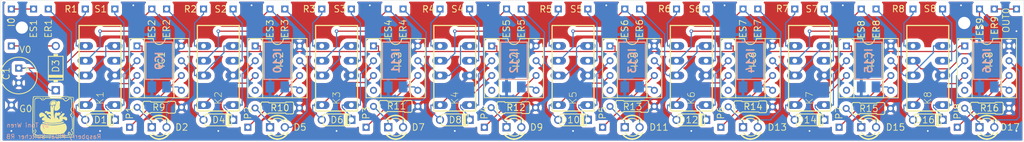
<source format=kicad_pcb>
(kicad_pcb (version 20221018) (generator pcbnew)

  (general
    (thickness 1.6)
  )

  (paper "A5")
  (title_block
    (title "Raspberry PiDal Switcher Relay Board")
    (date "2025-02-12")
    (rev "v1.1")
    (company "Slow Brewed Effects")
  )

  (layers
    (0 "F.Cu" signal)
    (31 "B.Cu" signal)
    (32 "B.Adhes" user "B.Adhesive")
    (33 "F.Adhes" user "F.Adhesive")
    (34 "B.Paste" user)
    (35 "F.Paste" user)
    (36 "B.SilkS" user "B.Silkscreen")
    (37 "F.SilkS" user "F.Silkscreen")
    (38 "B.Mask" user)
    (39 "F.Mask" user)
    (40 "Dwgs.User" user "User.Drawings")
    (41 "Cmts.User" user "User.Comments")
    (42 "Eco1.User" user "User.Eco1")
    (43 "Eco2.User" user "User.Eco2")
    (44 "Edge.Cuts" user)
    (45 "Margin" user)
    (46 "B.CrtYd" user "B.Courtyard")
    (47 "F.CrtYd" user "F.Courtyard")
    (48 "B.Fab" user)
    (49 "F.Fab" user)
    (50 "User.1" user)
    (51 "User.2" user)
    (52 "User.3" user)
    (53 "User.4" user)
    (54 "User.5" user)
    (55 "User.6" user)
    (56 "User.7" user)
    (57 "User.8" user)
    (58 "User.9" user "plugins.config")
  )

  (setup
    (stackup
      (layer "F.SilkS" (type "Top Silk Screen"))
      (layer "F.Paste" (type "Top Solder Paste"))
      (layer "F.Mask" (type "Top Solder Mask") (thickness 0.01))
      (layer "F.Cu" (type "copper") (thickness 0.035))
      (layer "dielectric 1" (type "core") (thickness 1.51) (material "FR4") (epsilon_r 4.5) (loss_tangent 0.02))
      (layer "B.Cu" (type "copper") (thickness 0.035))
      (layer "B.Mask" (type "Bottom Solder Mask") (thickness 0.01))
      (layer "B.Paste" (type "Bottom Solder Paste"))
      (layer "B.SilkS" (type "Bottom Silk Screen"))
      (copper_finish "None")
      (dielectric_constraints no)
    )
    (pad_to_mask_clearance 0)
    (pcbplotparams
      (layerselection 0x00010fc_ffffffff)
      (plot_on_all_layers_selection 0x0000000_00000000)
      (disableapertmacros false)
      (usegerberextensions false)
      (usegerberattributes true)
      (usegerberadvancedattributes true)
      (creategerberjobfile true)
      (dashed_line_dash_ratio 12.000000)
      (dashed_line_gap_ratio 3.000000)
      (svgprecision 4)
      (plotframeref false)
      (viasonmask false)
      (mode 1)
      (useauxorigin false)
      (hpglpennumber 1)
      (hpglpenspeed 20)
      (hpglpendiameter 15.000000)
      (dxfpolygonmode true)
      (dxfimperialunits true)
      (dxfusepcbnewfont true)
      (psnegative false)
      (psa4output false)
      (plotreference true)
      (plotvalue true)
      (plotinvisibletext false)
      (sketchpadsonfab false)
      (subtractmaskfromsilk false)
      (outputformat 1)
      (mirror false)
      (drillshape 0)
      (scaleselection 1)
      (outputdirectory "")
    )
  )

  (net 0 "")
  (net 1 "+5V")
  (net 2 "GND")
  (net 3 "Net-(K1A--)")
  (net 4 "Net-(K1A-+)")
  (net 5 "Net-(D2-C)")
  (net 6 "Net-(D2-PadA)")
  (net 7 "Net-(V0-PAD)")
  (net 8 "Net-(K2A--)")
  (net 9 "Net-(K2A-+)")
  (net 10 "Net-(D5-C)")
  (net 11 "Net-(D5-PadA)")
  (net 12 "Net-(K3A--)")
  (net 13 "Net-(K3A-+)")
  (net 14 "Net-(D7-C)")
  (net 15 "Net-(D7-PadA)")
  (net 16 "Net-(K4A--)")
  (net 17 "Net-(K4A-+)")
  (net 18 "Net-(D9-C)")
  (net 19 "Net-(D9-PadA)")
  (net 20 "Net-(K5A--)")
  (net 21 "Net-(K5A-+)")
  (net 22 "Net-(D11-C)")
  (net 23 "Net-(D11-PadA)")
  (net 24 "Net-(K6A--)")
  (net 25 "Net-(K6A-+)")
  (net 26 "Net-(D13-C)")
  (net 27 "Net-(D13-PadA)")
  (net 28 "Net-(K7A--)")
  (net 29 "Net-(K7A-+)")
  (net 30 "Net-(D15-C)")
  (net 31 "Net-(D15-PadA)")
  (net 32 "Net-(K8A--)")
  (net 33 "Net-(K8A-+)")
  (net 34 "Net-(D17-C)")
  (net 35 "Net-(D17-PadA)")
  (net 36 "Net-(ER1-PAD)")
  (net 37 "Net-(ER2-PAD)")
  (net 38 "Net-(ER3-PAD)")
  (net 39 "Net-(ER4-PAD)")
  (net 40 "Net-(ER5-PAD)")
  (net 41 "Net-(ER6-PAD)")
  (net 42 "Net-(ER7-PAD)")
  (net 43 "/N$5")
  (net 44 "Net-(ES3-PAD)")
  (net 45 "Net-(ES4-PAD)")
  (net 46 "Net-(ES5-PAD)")
  (net 47 "Net-(ES6-PAD)")
  (net 48 "Net-(ES7-PAD)")
  (net 49 "unconnected-(IC1-Pad4)")
  (net 50 "Net-(P1-PAD)")
  (net 51 "unconnected-(IC2-Pad4)")
  (net 52 "Net-(P2-PAD)")
  (net 53 "unconnected-(IC3-Pad4)")
  (net 54 "Net-(P3-PAD)")
  (net 55 "Net-(IC9-ANODE)")
  (net 56 "unconnected-(IC4-Pad4)")
  (net 57 "Net-(P4-PAD)")
  (net 58 "Net-(IC10-ANODE)")
  (net 59 "unconnected-(IC5-Pad4)")
  (net 60 "Net-(P5-PAD)")
  (net 61 "Net-(IC11-ANODE)")
  (net 62 "unconnected-(IC6-Pad4)")
  (net 63 "Net-(P6-PAD)")
  (net 64 "Net-(IC12-ANODE)")
  (net 65 "unconnected-(IC7-Pad4)")
  (net 66 "Net-(P7-PAD)")
  (net 67 "Net-(IC13-ANODE)")
  (net 68 "unconnected-(IC8-Pad4)")
  (net 69 "Net-(PI8-PAD)")
  (net 70 "Net-(IC14-ANODE)")
  (net 71 "/3")
  (net 72 "/2")
  (net 73 "/E")
  (net 74 "/4")
  (net 75 "/5")
  (net 76 "/SEND")
  (net 77 "/7")
  (net 78 "/6")
  (net 79 "/9")
  (net 80 "/8")
  (net 81 "/12")
  (net 82 "/11")
  (net 83 "/14")
  (net 84 "/13")
  (net 85 "/16")
  (net 86 "/15")
  (net 87 "Net-(IC15-ANODE)")
  (net 88 "Net-(IC16-ANODE)")
  (net 89 "Net-(ER8-PAD)")
  (net 90 "Net-(ER9-PAD)")
  (net 91 "Net-(ES1-PAD)")
  (net 92 "Net-(ES8-PAD)")
  (net 93 "Net-(ES9-PAD)")

  (footprint "pidal-relay:R0207_3" (layer "F.Cu") (at 185.062 77.5237))

  (footprint "pidal-relay:SQUARE" (layer "F.Cu") (at 136.8115 60.4735))

  (footprint "pidal-relay:SQUARE" (layer "F.Cu") (at 116.4915 60.4735))

  (footprint "pidal-relay:R0207_3" (layer "F.Cu") (at 103.6958 77.4208))

  (footprint "pidal-relay:LED3MM" (layer "F.Cu") (at 185.0715 80.7935 180))

  (footprint "pidal-relay:SQUARE" (layer "F.Cu") (at 183.8015 60.4735 -90))

  (footprint "pidal-relay:DO41-3" (layer "F.Cu") (at 25.0515 70.6335 90))

  (footprint "pidal-relay:NA" (layer "F.Cu") (at 52.9915 70.6335 90))

  (footprint "pidal-relay:SQUARE" (layer "F.Cu") (at 84.7415 60.4735))

  (footprint "pidal-relay:R0207_3" (layer "F.Cu") (at 164.6981 77.5599))

  (footprint "LOGO" (layer "F.Cu") (at 24.772917 79.397722))

  (footprint "pidal-relay:NA" (layer "F.Cu") (at 113.9515 70.6335 90))

  (footprint "pidal-relay:DO35-2" (layer "F.Cu") (at 113.9515 79.5235 180))

  (footprint "pidal-relay:LED3MM" (layer "F.Cu") (at 124.1115 80.7935 180))

  (footprint "pidal-relay:SQUARE" (layer "F.Cu") (at 172.3715 60.4735))

  (footprint "pidal-relay:SQUARE" (layer "F.Cu") (at 98.7115 80.7935 90))

  (footprint "pidal-relay:SOCKED-08" (layer "F.Cu") (at 103.7915 70.6335 -90))

  (footprint "pidal-relay:SOCKED-08" (layer "F.Cu") (at 185.0715 70.6335 -90))

  (footprint "pidal-relay:SQUARE" (layer "F.Cu") (at 44.1015 60.4735))

  (footprint "pidal-relay:R0207_3" (layer "F.Cu") (at 42.8493 77.357))

  (footprint "pidal-relay:SOCKED-08" (layer "F.Cu") (at 83.4715 70.6335 -90))

  (footprint "pidal-relay:NA" (layer "F.Cu") (at 32.6715 70.6335 90))

  (footprint "pidal-relay:DO35-2" (layer "F.Cu") (at 174.9115 79.5235 180))

  (footprint "pidal-relay:R0207_3" (layer "F.Cu") (at 63.1233 77.4815))

  (footprint "pidal-relay:SQUARE" (layer "F.Cu") (at 157.1315 60.4735))

  (footprint "pidal-relay:SQUARE" (layer "F.Cu") (at 122.8415 60.4735))

  (footprint "pidal-relay:R0207_3" (layer "F.Cu") (at 124.1115 77.2071))

  (footprint "pidal-relay:SQUARE" (layer "F.Cu") (at 179.9915 80.7935))

  (footprint "pidal-relay:SQUARE" (layer "F.Cu") (at 131.7315 60.4735))

  (footprint "pidal-relay:SQUARE" (layer "F.Cu") (at 23.7815 60.4735))

  (footprint "pidal-relay:SQUARE" (layer "F.Cu") (at 152.0515 60.4735))

  (footprint "pidal-relay:SQUARE" (layer "F.Cu") (at 91.0915 60.4735))

  (footprint "pidal-relay:SQUARE" (layer "F.Cu") (at 102.5215 60.4735))

  (footprint "pidal-relay:SQUARE" (layer "F.Cu") (at 35.2115 60.4735 -90))

  (footprint "pidal-relay:SQUARE" (layer "F.Cu") (at 70.7715 60.4735))

  (footprint "pidal-relay:LED3MM" (layer "F.Cu") (at 103.7915 80.7935 180))

  (footprint "pidal-relay:SOCKED-08" (layer "F.Cu") (at 164.7515 70.6335 -90))

  (footprint "pidal-relay:SQUARE" (layer "F.Cu") (at 21.2415 60.4735))

  (footprint "pidal-relay:SQUARE" (layer "F.Cu") (at 105.0615 60.4735))

  (footprint "pidal-relay:LED3MM" (layer "F.Cu") (at 63.1515 80.7935 180))

  (footprint "pidal-relay:NA" (layer "F.Cu") (at 93.6315 70.6335 90))

  (footprint "pidal-relay:LED3MM" (layer "F.Cu") (at 144.4315 80.7935 180))

  (footprint "pidal-relay:063_025" (layer "F.Cu") (at 18.7015 71.9035 -90))

  (footprint "pidal-relay:SQUARE" (layer "F.Cu") (at 119.0315 80.7935))

  (footprint "pidal-relay:SQUARE" (layer "F.Cu") (at 75.8515 60.4735))

  (footprint "pidal-relay:SQUARE" (layer "F.Cu") (at 78.3915 80.7935 90))

  (footprint "pidal-relay:SQUARE" (layer "F.Cu") (at 190.1515 60.4735))

  (footprint "pidal-relay:SQUARE" (layer "F.Cu") (at 143.1615 60.4735))

  (footprint "pidal-relay:DO35-2" (layer "F.Cu") (at 154.5915 79.5235 180))

  (footprint "pidal-relay:SQUARE" (layer "F.Cu") (at 177.4515 60.4735))

  (footprint "pidal-relay:SOCKED-08" (layer "F.Cu") (at 124.1115 70.6335 -90))

  (footprint "pidal-relay:SQUARE" (layer "F.Cu") (at 17.4315 66.8235))

  (footprint "pidal-relay:SQUARE" (layer "F.Cu") (at 50.4515 60.4735 180))

  (footprint "pidal-relay:SQUARE" (layer "F.Cu") (at 30.1315 60.4735 -90))

  (footprint "pidal-relay:SQUARE" (layer "F.Cu") (at 159.6715 80.7935 90))

  (footprint "pidal-relay:R0207_3" (layer "F.Cu") (at 83.4715 77.2071))

  (footprint "pidal-relay:DO35-2" (layer "F.Cu") (at 52.9915 79.5235 180))

  (footprint "pidal-relay:LED3MM" (layer "F.Cu") (at 83.4715 80.7935 180))

  (footprint "pidal-relay:SQUARE" (layer "F.Cu") (at 58.0715 80.7935 90))

  (footprint "pidal-relay:SOCKED-08" (layer "F.Cu") (at 42.8315 70.6335 -90))

  (footprint "pidal-relay:DO35-2" (layer "F.Cu") (at 73.3115 79.5235 180))

  (footprint "pidal-relay:LED3MM" (layer "F.Cu") (at 42.8315 80.7935 180))

  (footprint "pidal-relay:NA" (layer "F.Cu")
    (tstamp c4bc8cc8-7252-4798-aae2-87f9b3d93324)
    (at 154.5915 70.6335 90)
    (descr "<b>RELAY</b><p>\ndummy")
    (property "Sheetfile" "pidal-relay.kicad_sch")
    (property "Sheetname" "")
    (path "/d5c8a8ad-53cc-4d91-accf-8035ef868b90")
    (fp_text reference "K7" (at -6.35 0 90) (layer "F.SilkS")
        (effects (font (size 1.176528 1.176528) (thickness 0.093472)) (justify left))
      (tstamp 57993d2c-b368-4450-9ac7-9642fb0ae2d6)
    )
    (fp_text value "NA" (at -2.54 1.27 90) (layer "F.Fab")
        (effects (font (size 1.176528 1.176528) (thickness 0.093472)) (justify left))
      (tstamp 108ee33a-db3f-4b30-bde4-9dd009914013)
    )
    (fp_line (start -7.37 -3.6) (end -7.37 3.6)
      (stroke (width 0.2032) (type solid)) (layer "F.SilkS") (tstamp 9d65bda1-7710-412a-929e-ded75e91b5d5))
    (fp_line (start -7.37 3.6) (end 7.33 3.6)
      (stroke (width 0.2032) (type solid)) (layer "F.SilkS") (tstamp 4d5aa124-70ae-4932-8be1-174b33f591ed))
    (fp_line (start 7.33 -3.6)
... [810928 chars truncated]
</source>
